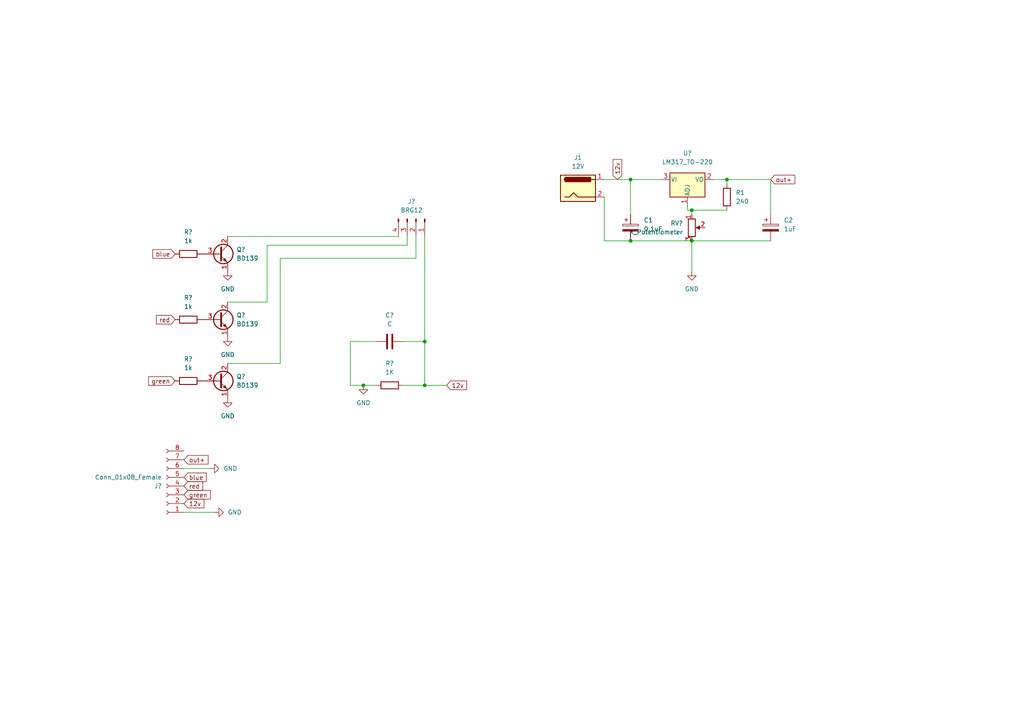
<source format=kicad_sch>
(kicad_sch (version 20211123) (generator eeschema)
  (paper "A4")
  (lib_symbols
    (symbol "Connector:Conn_01x04_Male" (pin_names (offset 1.016) hide)
      (property "Reference" "J" (at 0 5.08 0))
      (property "Value" "Conn_01x04_Male" (at 0 -7.62 0))
      (symbol "Conn_01x04_Male_1_1"
        (polyline (pts (xy 1.27 -5.08) (xy 0.8636 -5.08)) (stroke (width 0.1524)))
        (polyline (pts (xy 1.27 -2.54) (xy 0.8636 -2.54)) (stroke (width 0.1524)))
        (polyline (pts (xy 1.27 0) (xy 0.8636 0)) (stroke (width 0.1524)))
        (polyline (pts (xy 1.27 2.54) (xy 0.8636 2.54)) (stroke (width 0.1524)))
        (rectangle (start 0.8636 -4.953) (end 0 -5.207) (stroke (width 0.1524)) (fill (type outline)))
        (rectangle (start 0.8636 -2.413) (end 0 -2.667) (stroke (width 0.1524)) (fill (type outline)))
        (rectangle (start 0.8636 0.127) (end 0 -0.127) (stroke (width 0.1524)) (fill (type outline)))
        (rectangle (start 0.8636 2.667) (end 0 2.413) (stroke (width 0.1524)) (fill (type outline)))
        (pin passive line (at 5.08 2.54 180) (length 3.81) (name "Pin_1") (number "1"))
        (pin passive line (at 5.08 0 180) (length 3.81) (name "Pin_2") (number "2"))
        (pin passive line (at 5.08 -2.54 180) (length 3.81) (name "Pin_3") (number "3"))
        (pin passive line (at 5.08 -5.08 180) (length 3.81) (name "Pin_4") (number "4"))
      )
    )
    (symbol "Connector:Conn_01x08_Female" (pin_names (offset 1.016) hide)
      (property "Reference" "J" (at 0 10.16 0))
      (property "Value" "Conn_01x08_Female" (at 0 -12.7 0))
      (symbol "Conn_01x08_Female_1_1"
        (arc (start 0 -9.652) (mid -0.508 -10.16) (end 0 -10.668) (stroke (width 0.1524)))
        (arc (start 0 -7.112) (mid -0.508 -7.62) (end 0 -8.128) (stroke (width 0.1524)))
        (arc (start 0 -4.572) (mid -0.508 -5.08) (end 0 -5.588) (stroke (width 0.1524)))
        (arc (start 0 -2.032) (mid -0.508 -2.54) (end 0 -3.048) (stroke (width 0.1524)))
        (polyline (pts (xy -1.27 -10.16) (xy -0.508 -10.16)) (stroke (width 0.1524)))
        (polyline (pts (xy -1.27 -7.62) (xy -0.508 -7.62)) (stroke (width 0.1524)))
        (polyline (pts (xy -1.27 -5.08) (xy -0.508 -5.08)) (stroke (width 0.1524)))
        (polyline (pts (xy -1.27 -2.54) (xy -0.508 -2.54)) (stroke (width 0.1524)))
        (polyline (pts (xy -1.27 0) (xy -0.508 0)) (stroke (width 0.1524)))
        (polyline (pts (xy -1.27 2.54) (xy -0.508 2.54)) (stroke (width 0.1524)))
        (polyline (pts (xy -1.27 5.08) (xy -0.508 5.08)) (stroke (width 0.1524)))
        (polyline (pts (xy -1.27 7.62) (xy -0.508 7.62)) (stroke (width 0.1524)))
        (arc (start 0 0.508) (mid -0.508 0) (end 0 -0.508) (stroke (width 0.1524)))
        (arc (start 0 3.048) (mid -0.508 2.54) (end 0 2.032) (stroke (width 0.1524)))
        (arc (start 0 5.588) (mid -0.508 5.08) (end 0 4.572) (stroke (width 0.1524)))
        (arc (start 0 8.128) (mid -0.508 7.62) (end 0 7.112) (stroke (width 0.1524)))
        (pin passive line (at -5.08 7.62 0) (length 3.81) (name "Pin_1") (number "1"))
        (pin passive line (at -5.08 5.08 0) (length 3.81) (name "Pin_2") (number "2"))
        (pin passive line (at -5.08 2.54 0) (length 3.81) (name "Pin_3") (number "3"))
        (pin passive line (at -5.08 0 0) (length 3.81) (name "Pin_4") (number "4"))
        (pin passive line (at -5.08 -2.54 0) (length 3.81) (name "Pin_5") (number "5"))
        (pin passive line (at -5.08 -5.08 0) (length 3.81) (name "Pin_6") (number "6"))
        (pin passive line (at -5.08 -7.62 0) (length 3.81) (name "Pin_7") (number "7"))
        (pin passive line (at -5.08 -10.16 0) (length 3.81) (name "Pin_8") (number "8"))
      )
    )
    (symbol "Connector:Jack-DC" (pin_names (offset 1.016))
      (property "Reference" "J" (at 0 5.334 0))
      (property "Value" "Jack-DC" (at 0 -5.08 0))
      (symbol "Jack-DC_0_1"
        (rectangle (start -5.08 3.81) (end 5.08 -3.81) (stroke (width 0.254)) (fill (type background)))
        (arc (start -3.302 3.175) (mid -3.937 2.54) (end -3.302 1.905) (stroke (width 0.254)))
        (arc (start -3.302 3.175) (mid -3.937 2.54) (end -3.302 1.905) (stroke (width 0.254)) (fill (type outline)))
        (polyline (pts (xy 5.08 2.54) (xy 3.81 2.54)) (stroke (width 0.254)))
        (polyline (pts (xy -3.81 -2.54) (xy -2.54 -2.54) (xy -1.27 -1.27) (xy 0 -2.54) (xy 2.54 -2.54) (xy 5.08 -2.54)) (stroke (width 0.254)))
        (rectangle (start 3.683 3.175) (end -3.302 1.905) (stroke (width 0.254)) (fill (type outline)))
      )
      (symbol "Jack-DC_1_1"
        (pin passive line (at 7.62 2.54 180) (length 2.54) (name "~") (number "1"))
        (pin passive line (at 7.62 -2.54 180) (length 2.54) (name "~") (number "2"))
      )
    )
    (symbol "Device:C" (pin_numbers hide) (pin_names (offset 0.254))
      (property "Reference" "C" (at 0.635 2.54 0))
      (property "Value" "C" (at 0.635 -2.54 0))
      (symbol "C_0_1"
        (polyline (pts (xy -2.032 -0.762) (xy 2.032 -0.762)) (stroke (width 0.508)))
        (polyline (pts (xy -2.032 0.762) (xy 2.032 0.762)) (stroke (width 0.508)))
      )
      (symbol "C_1_1"
        (pin passive line (at 0 3.81 270) (length 2.794) (name "~") (number "1"))
        (pin passive line (at 0 -3.81 90) (length 2.794) (name "~") (number "2"))
      )
    )
    (symbol "Device:C_Polarized" (pin_numbers hide) (pin_names (offset 0.254))
      (property "Reference" "C" (at 0.635 2.54 0))
      (property "Value" "C_Polarized" (at 0.635 -2.54 0))
      (symbol "C_Polarized_0_1"
        (rectangle (start -2.286 0.508) (end 2.286 1.016))
        (polyline (pts (xy -1.778 2.286) (xy -0.762 2.286)))
        (polyline (pts (xy -1.27 2.794) (xy -1.27 1.778)))
        (rectangle (start 2.286 -0.508) (end -2.286 -1.016) (fill (type outline)))
      )
      (symbol "C_Polarized_1_1"
        (pin passive line (at 0 3.81 270) (length 2.794) (name "~") (number "1"))
        (pin passive line (at 0 -3.81 90) (length 2.794) (name "~") (number "2"))
      )
    )
    (symbol "Device:R" (pin_numbers hide) (pin_names (offset 0))
      (property "Reference" "R" (at 2.032 0 90))
      (property "Value" "R" (at 0 0 90))
      (symbol "R_0_1"
        (rectangle (start -1.016 -2.54) (end 1.016 2.54) (stroke (width 0.254)))
      )
      (symbol "R_1_1"
        (pin passive line (at 0 3.81 270) (length 1.27) (name "~") (number "1"))
        (pin passive line (at 0 -3.81 90) (length 1.27) (name "~") (number "2"))
      )
    )
    (symbol "Device:R_Potentiometer" (pin_names (offset 1.016) hide)
      (property "Reference" "RV" (at -4.445 0 90))
      (property "Value" "R_Potentiometer" (at -2.54 0 90))
      (symbol "R_Potentiometer_0_1"
        (polyline (pts (xy 2.54 0) (xy 1.524 0)))
        (polyline (pts (xy 1.143 0) (xy 2.286 0.508) (xy 2.286 -0.508) (xy 1.143 0)) (fill (type outline)))
        (rectangle (start 1.016 2.54) (end -1.016 -2.54) (stroke (width 0.254)))
      )
      (symbol "R_Potentiometer_1_1"
        (pin passive line (at 0 3.81 270) (length 1.27) (name "1") (number "1"))
        (pin passive line (at 3.81 0 180) (length 1.27) (name "2") (number "2"))
        (pin passive line (at 0 -3.81 90) (length 1.27) (name "3") (number "3"))
      )
    )
    (symbol "Regulator_Linear:LM317_TO-220" (pin_names (offset 0.254))
      (property "Reference" "U" (at -3.81 3.175 0))
      (property "Value" "LM317_TO-220" (at 0 3.175 0))
      (symbol "LM317_TO-220_0_1"
        (rectangle (start -5.08 1.905) (end 5.08 -5.08) (stroke (width 0.254)) (fill (type background)))
      )
      (symbol "LM317_TO-220_1_1"
        (pin input line (at 0 -7.62 90) (length 2.54) (name "ADJ") (number "1"))
        (pin power_out line (at 7.62 0 180) (length 2.54) (name "VO") (number "2"))
        (pin power_in line (at -7.62 0 0) (length 2.54) (name "VI") (number "3"))
      )
    )
    (symbol "Transistor_BJT:BD139" (pin_names (offset 0) hide)
      (property "Reference" "Q" (at 5.08 1.905 0))
      (property "Value" "BD139" (at 5.08 0 0))
      (symbol "BD139_0_1"
        (polyline (pts (xy 0 0) (xy 0.635 0)))
        (polyline (pts (xy 2.54 -2.54) (xy 0.635 -0.635)))
        (polyline (pts (xy 2.54 2.54) (xy 0.635 0.635)))
        (polyline (pts (xy 0.635 1.905) (xy 0.635 -1.905) (xy 0.635 -1.905)) (stroke (width 0.508)) (fill (type outline)))
        (polyline (pts (xy 1.2446 -1.778) (xy 1.7526 -1.27) (xy 2.286 -2.286) (xy 1.2446 -1.778) (xy 1.2446 -1.778)) (fill (type outline)))
        (circle (center 1.27 0) (radius 2.8194) (stroke (width 0.3048)))
      )
      (symbol "BD139_1_1"
        (pin passive line (at 2.54 -5.08 90) (length 2.54) (name "E") (number "1"))
        (pin passive line (at 2.54 5.08 270) (length 2.54) (name "C") (number "2"))
        (pin input line (at -5.08 0 0) (length 5.08) (name "B") (number "3"))
      )
    )
    (symbol "power:GND" (power) (pin_names (offset 0))
      (property "Value" "GND" (at 0 -3.81 0))
      (symbol "GND_0_1"
        (polyline (pts (xy 0 0) (xy 0 -1.27) (xy 1.27 -1.27) (xy 0 -2.54) (xy -1.27 -1.27) (xy 0 -1.27)))
      )
      (symbol "GND_1_1"
        (pin power_in line (at 0 0 270) (length 0) hide (name "GND") (number "1"))
      )
    )
  )
  (junction (at 105.41 111.76))
  (junction (at 210.82 52.07))
  (junction (at 123.19 99.06))
  (junction (at 182.88 69.85))
  (junction (at 123.19 111.76))
  (junction (at 182.88 52.07))
  (junction (at 200.66 60.96))
  (junction (at 200.66 69.85))
  (wire (pts (xy 66.04 68.58) (xy 115.57 68.58)))
  (wire (pts (xy 66.04 105.41) (xy 81.28 105.41)))
  (wire (pts (xy 175.26 57.15) (xy 175.26 69.85)))
  (wire (pts (xy 123.19 68.58) (xy 123.19 99.06)))
  (wire (pts (xy 105.41 111.76) (xy 101.6 111.76)))
  (wire (pts (xy 53.34 135.89) (xy 60.96 135.89)))
  (wire (pts (xy 101.6 99.06) (xy 109.22 99.06)))
  (wire (pts (xy 123.19 99.06) (xy 123.19 111.76)))
  (wire (pts (xy 182.88 69.85) (xy 200.66 69.85)))
  (wire (pts (xy 200.66 60.96) (xy 210.82 60.96)))
  (wire (pts (xy 101.6 111.76) (xy 101.6 99.06)))
  (wire (pts (xy 200.66 69.85) (xy 200.66 78.74)))
  (wire (pts (xy 223.52 62.23) (xy 223.52 52.07)))
  (wire (pts (xy 120.65 68.58) (xy 120.65 74.93)))
  (wire (pts (xy 66.04 87.63) (xy 77.47 87.63)))
  (wire (pts (xy 77.47 71.12) (xy 118.11 71.12)))
  (wire (pts (xy 182.88 52.07) (xy 191.77 52.07)))
  (wire (pts (xy 81.28 74.93) (xy 120.65 74.93)))
  (wire (pts (xy 175.26 69.85) (xy 182.88 69.85)))
  (wire (pts (xy 182.88 52.07) (xy 182.88 62.23)))
  (wire (pts (xy 123.19 111.76) (xy 129.54 111.76)))
  (wire (pts (xy 116.84 111.76) (xy 123.19 111.76)))
  (wire (pts (xy 81.28 105.41) (xy 81.28 74.93)))
  (wire (pts (xy 53.34 148.59) (xy 62.23 148.59)))
  (wire (pts (xy 210.82 52.07) (xy 223.52 52.07)))
  (wire (pts (xy 199.39 60.96) (xy 200.66 60.96)))
  (wire (pts (xy 109.22 111.76) (xy 105.41 111.76)))
  (wire (pts (xy 200.66 69.85) (xy 223.52 69.85)))
  (wire (pts (xy 175.26 52.07) (xy 182.88 52.07)))
  (wire (pts (xy 207.01 52.07) (xy 210.82 52.07)))
  (wire (pts (xy 199.39 59.69) (xy 199.39 60.96)))
  (wire (pts (xy 200.66 60.96) (xy 200.66 62.23)))
  (wire (pts (xy 116.84 99.06) (xy 123.19 99.06)))
  (wire (pts (xy 77.47 87.63) (xy 77.47 71.12)))
  (wire (pts (xy 118.11 68.58) (xy 118.11 71.12)))
  (wire (pts (xy 210.82 52.07) (xy 210.82 53.34)))
  (global_label "blue" (shape input) (at 53.34 138.43 0) (property "Intersheet References" "${INTERSHEET_REFS}" (effects hide)))
  (global_label "12v" (shape input) (at 129.54 111.76 0) (property "Intersheet References" "${INTERSHEET_REFS}" (effects hide)))
  (global_label "out+" (shape input) (at 53.34 133.35 0) (property "Intersheet References" "${INTERSHEET_REFS}" (effects hide)))
  (global_label "red" (shape input) (at 50.8 92.71 180) (property "Intersheet References" "${INTERSHEET_REFS}" (effects hide)))
  (global_label "12v" (shape input) (at 53.34 146.05 0) (property "Intersheet References" "${INTERSHEET_REFS}" (effects hide)))
  (global_label "12v" (shape input) (at 179.07 52.07 90) (property "Intersheet References" "${INTERSHEET_REFS}" (effects hide)))
  (global_label "out+" (shape input) (at 223.52 52.07 0) (property "Intersheet References" "${INTERSHEET_REFS}" (effects hide)))
  (global_label "red" (shape input) (at 53.34 140.97 0) (property "Intersheet References" "${INTERSHEET_REFS}" (effects hide)))
  (global_label "green" (shape input) (at 53.34 143.51 0) (property "Intersheet References" "${INTERSHEET_REFS}" (effects hide)))
  (global_label "green" (shape input) (at 50.8 110.49 180) (property "Intersheet References" "${INTERSHEET_REFS}" (effects hide)))
  (global_label "blue" (shape input) (at 50.8 73.66 180) (property "Intersheet References" "${INTERSHEET_REFS}" (effects hide)))
  (symbol (lib_id "Device:R") (at 113.03 111.76 90) (unit 1)
    (property "Reference" "R?" (at 113.03 105.41 90))
    (property "Value" "1K" (at 113.03 107.95 90))
  )
  (symbol (lib_id "Device:R") (at 210.82 57.15 0) (unit 1)
    (property "Reference" "R1" (at 213.36 55.8799 0) (effects (justify left)))
    (property "Value" "240" (at 213.36 58.4199 0) (effects (justify left)))
  )
  (symbol (lib_id "Regulator_Linear:LM317_TO-220") (at 199.39 52.07 0) (unit 1)
    (property "Reference" "U?" (at 199.39 44.45 0))
    (property "Value" "LM317_TO-220" (at 199.39 46.99 0))
    (property "Footprint" "Package_TO_SOT_THT:TO-220-3_Vertical" (effects hide))
    (property "Datasheet" "http://www.ti.com/lit/ds/symlink/lm317.pdf" (effects hide))
  )
  (symbol (lib_id "Device:C_Polarized") (at 182.88 66.04 0) (unit 1)
    (property "Reference" "C1" (at 186.69 63.8809 0) (effects (justify left)))
    (property "Value" "0.1uF" (at 186.69 66.4209 0) (effects (justify left)))
  )
  (symbol (lib_id "Transistor_BJT:BD139") (at 63.5 73.66 0) (unit 1)
    (property "Reference" "Q?" (at 68.58 72.3899 0) (effects (justify left)))
    (property "Value" "BD139" (at 68.58 74.9299 0) (effects (justify left)))
    (property "Footprint" "Package_TO_SOT_THT:TO-126-3_Vertical" (effects hide))
    (property "Datasheet" "http://www.st.com/internet/com/TECHNICAL_RESOURCES/TECHNICAL_LITERATURE/DATASHEET/CD00001225.pdf" (effects hide))
  )
  (symbol (lib_id "power:GND") (at 66.04 115.57 0) (unit 1)
    (property "Reference" "#PWR?" (effects hide))
    (property "Value" "GND" (at 66.04 120.65 0))
  )
  (symbol (lib_id "Transistor_BJT:BD139") (at 63.5 92.71 0) (unit 1)
    (property "Reference" "Q?" (at 68.58 91.4399 0) (effects (justify left)))
    (property "Value" "BD139" (at 68.58 93.9799 0) (effects (justify left)))
    (property "Footprint" "Package_TO_SOT_THT:TO-126-3_Vertical" (effects hide))
    (property "Datasheet" "http://www.st.com/internet/com/TECHNICAL_RESOURCES/TECHNICAL_LITERATURE/DATASHEET/CD00001225.pdf" (effects hide))
  )
  (symbol (lib_id "Connector:Conn_01x08_Female") (at 48.26 140.97 180) (unit 1)
    (property "Reference" "J?" (at 46.99 140.9701 0) (effects (justify left)))
    (property "Value" "Conn_01x08_Female" (at 46.99 138.4301 0) (effects (justify left)))
  )
  (symbol (lib_id "Connector:Jack-DC") (at 167.64 54.61 0) (unit 1)
    (property "Reference" "J1" (at 167.64 45.72 0))
    (property "Value" "12V" (at 167.64 48.26 0))
  )
  (symbol (lib_id "Device:R") (at 54.61 110.49 90) (unit 1)
    (property "Reference" "R?" (at 54.61 104.14 90))
    (property "Value" "1k" (at 54.61 106.68 90))
  )
  (symbol (lib_id "power:GND") (at 105.41 111.76 0) (unit 1)
    (property "Reference" "#PWR?" (effects hide))
    (property "Value" "GND" (at 105.41 116.84 0))
  )
  (symbol (lib_id "power:GND") (at 60.96 135.89 90) (unit 1)
    (property "Reference" "#PWR?" (effects hide))
    (property "Value" "GND" (at 64.77 135.8899 90) (effects (justify right)))
  )
  (symbol (lib_id "power:GND") (at 200.66 78.74 0) (unit 1)
    (property "Reference" "#PWR?" (effects hide))
    (property "Value" "GND" (at 200.66 83.82 0))
  )
  (symbol (lib_id "Device:R") (at 54.61 92.71 90) (unit 1)
    (property "Reference" "R?" (at 54.61 86.36 90))
    (property "Value" "1k" (at 54.61 88.9 90))
  )
  (symbol (lib_id "Device:C_Polarized") (at 223.52 66.04 0) (unit 1)
    (property "Reference" "C2" (at 227.33 63.8809 0) (effects (justify left)))
    (property "Value" "1uF" (at 227.33 66.4209 0) (effects (justify left)))
  )
  (symbol (lib_id "power:GND") (at 66.04 78.74 0) (unit 1)
    (property "Reference" "#PWR?" (effects hide))
    (property "Value" "GND" (at 66.04 83.82 0))
  )
  (symbol (lib_id "Transistor_BJT:BD139") (at 63.5 110.49 0) (unit 1)
    (property "Reference" "Q?" (at 68.58 109.2199 0) (effects (justify left)))
    (property "Value" "BD139" (at 68.58 111.7599 0) (effects (justify left)))
    (property "Footprint" "Package_TO_SOT_THT:TO-126-3_Vertical" (effects hide))
    (property "Datasheet" "http://www.st.com/internet/com/TECHNICAL_RESOURCES/TECHNICAL_LITERATURE/DATASHEET/CD00001225.pdf" (effects hide))
  )
  (symbol (lib_id "Device:R_Potentiometer") (at 200.66 66.04 0) (unit 1)
    (property "Reference" "RV?" (at 198.12 64.7699 0) (effects (justify right)))
    (property "Value" "R_Potentiometer" (at 198.12 67.3099 0) (effects (justify right)))
  )
  (symbol (lib_id "Device:R") (at 54.61 73.66 90) (unit 1)
    (property "Reference" "R?" (at 54.61 67.31 90))
    (property "Value" "1k" (at 54.61 69.85 90))
  )
  (symbol (lib_id "power:GND") (at 66.04 97.79 0) (unit 1)
    (property "Reference" "#PWR?" (effects hide))
    (property "Value" "GND" (at 66.04 102.87 0))
  )
  (symbol (lib_id "power:GND") (at 62.23 148.59 90) (unit 1)
    (property "Reference" "#PWR?" (effects hide))
    (property "Value" "GND" (at 66.04 148.5899 90) (effects (justify right)))
  )
  (symbol (lib_id "Connector:Conn_01x04_Male") (at 120.65 63.5 270) (unit 1)
    (property "Reference" "J?" (at 119.38 58.42 90))
    (property "Value" "BRG12" (at 119.38 60.96 90))
  )
  (symbol (lib_id "Device:C") (at 113.03 99.06 90) (unit 1)
    (property "Reference" "C?" (at 113.03 91.44 90))
    (property "Value" "C" (at 113.03 93.98 90))
  )
)
</source>
